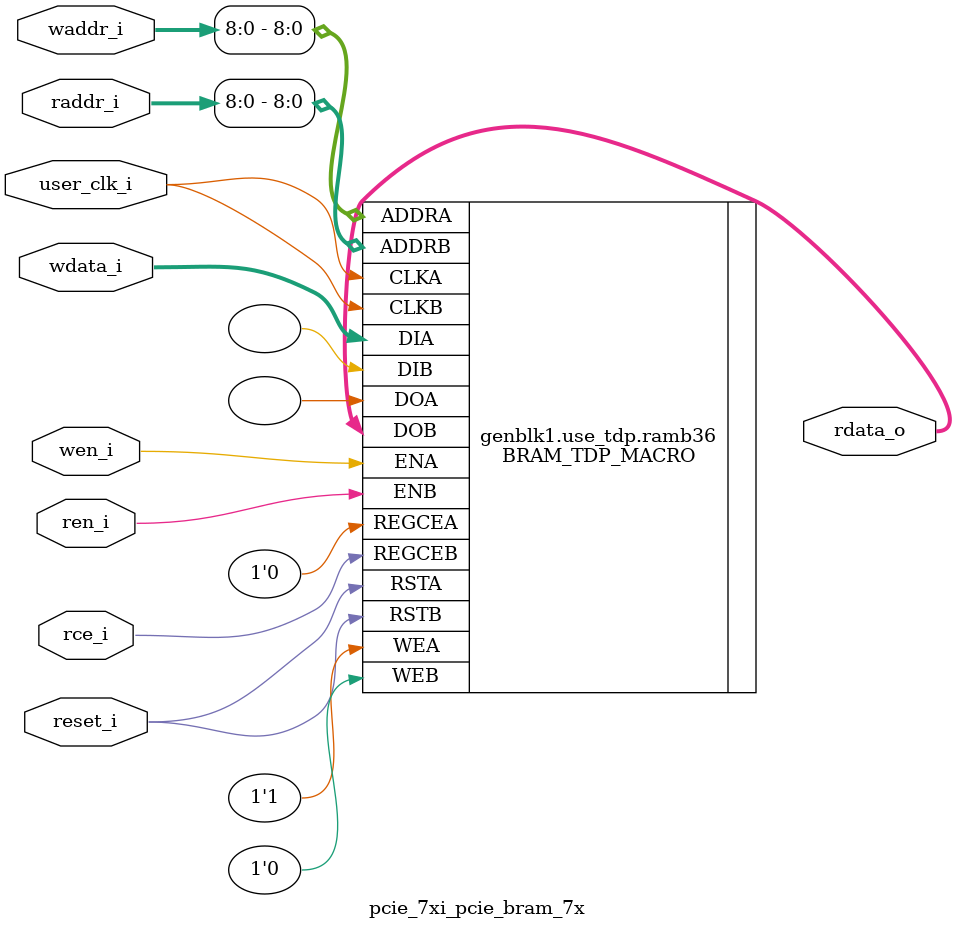
<source format=v>

`timescale 1ps/1ps

(* DowngradeIPIdentifiedWarnings = "yes" *)
module pcie_7xi_pcie_bram_7x
  #(
    parameter [3:0]  LINK_CAP_MAX_LINK_SPEED = 4'h1,        // PCIe Link Speed : 1 - 2.5 GT/s; 2 - 5.0 GT/s
    parameter [5:0]  LINK_CAP_MAX_LINK_WIDTH = 6'h08,       // PCIe Link Width : 1 / 2 / 4 / 8
    parameter IMPL_TARGET = "HARD",                         // the implementation target : HARD, SOFT
    parameter DOB_REG = 0,                                  // 1 - use the output register;
                                                            // 0 - don't use the output register
    parameter WIDTH = 0                                     // supported WIDTH's : 4, 9, 18, 36 - uses RAMB36
                                                            //                     72 - uses RAMB36SDP
    )
    (
     input               user_clk_i,// user clock
     input               reset_i,   // bram reset

     input               wen_i,     // write enable
     input [12:0]        waddr_i,   // write address
     input [WIDTH - 1:0] wdata_i,   // write data

     input               ren_i,     // read enable
     input               rce_i,     // output register clock enable
     input [12:0]        raddr_i,   // read address

     output [WIDTH - 1:0] rdata_o   // read data
     );

   // map the address bits
   localparam ADDR_MSB = ((WIDTH == 4)  ? 12 :
                          (WIDTH == 9)  ? 11 :
                          (WIDTH == 18) ? 10 :
                          (WIDTH == 36) ?  9 :
                                           8
                          );

   // set the width of the tied off low address bits
   localparam ADDR_LO_BITS = ((WIDTH == 4)  ? 2 :
                              (WIDTH == 9)  ? 3 :
                              (WIDTH == 18) ? 4 :
                              (WIDTH == 36) ? 5 :
                                              0 // for WIDTH 72 use RAMB36SDP
                              );

   // map the data bits
   localparam D_MSB =  ((WIDTH == 4)  ?  3 :
                        (WIDTH == 9)  ?  7 :
                        (WIDTH == 18) ? 15 :
                        (WIDTH == 36) ? 31 :
                                        63
                        );

   // map the data parity bits
   localparam DP_LSB =  D_MSB + 1;

   localparam DP_MSB =  ((WIDTH == 4)  ? 4 :
                         (WIDTH == 9)  ? 8 :
                         (WIDTH == 18) ? 17 :
                         (WIDTH == 36) ? 35 :
                                         71
                        );

   localparam DPW = DP_MSB - DP_LSB + 1;
   localparam WRITE_MODE = ((WIDTH == 72) && (!((LINK_CAP_MAX_LINK_SPEED == 4'h2) && (LINK_CAP_MAX_LINK_WIDTH == 6'h08)))) ? "WRITE_FIRST" :
                           ((LINK_CAP_MAX_LINK_SPEED == 4'h2) && (LINK_CAP_MAX_LINK_WIDTH == 6'h08)) ? "WRITE_FIRST" : "NO_CHANGE";

   localparam DEVICE = (IMPL_TARGET == "HARD") ? "7SERIES" : "VIRTEX6";
   localparam BRAM_SIZE = "36Kb";

   localparam WE_WIDTH =(DEVICE == "VIRTEX5" || DEVICE == "VIRTEX6" || DEVICE == "7SERIES") ?
                            ((WIDTH <= 9) ? 1 :
                             (WIDTH > 9 && WIDTH <= 18) ? 2 :
                             (WIDTH > 18 && WIDTH <= 36) ? 4 :
                             (WIDTH > 36 && WIDTH <= 72) ? 8 :
                             (BRAM_SIZE == "18Kb") ? 4 : 8 ) : 8;

   //synthesis translate_off
   initial begin
      //$display("[%t] %m DOB_REG %0d WIDTH %0d ADDR_MSB %0d ADDR_LO_BITS %0d DP_MSB %0d DP_LSB %0d D_MSB %0d",
      //          $time, DOB_REG,   WIDTH,    ADDR_MSB,    ADDR_LO_BITS,    DP_MSB,    DP_LSB,    D_MSB);

      case (WIDTH)
        4,9,18,36,72:;
        default:
          begin
             $display("[%t] %m Error WIDTH %0d not supported", $time, WIDTH);
             $finish;
          end
      endcase // case (WIDTH)
   end
   //synthesis translate_on

   generate
   if ((LINK_CAP_MAX_LINK_WIDTH == 6'h08 && LINK_CAP_MAX_LINK_SPEED == 4'h2) || (WIDTH == 72)) begin : use_sdp
        BRAM_SDP_MACRO #(
               .DEVICE        (DEVICE),
               .BRAM_SIZE     (BRAM_SIZE),
               .DO_REG        (DOB_REG),
               .READ_WIDTH    (WIDTH),
               .WRITE_WIDTH   (WIDTH),
               .WRITE_MODE    (WRITE_MODE)
               )
        ramb36sdp(
               .DO             (rdata_o[WIDTH-1:0]),
               .DI             (wdata_i[WIDTH-1:0]),
               .RDADDR         (raddr_i[ADDR_MSB:0]),
               .RDCLK          (user_clk_i),
               .RDEN           (ren_i),
               .REGCE          (rce_i),
               .RST            (reset_i),
               .WE             ({WE_WIDTH{1'b1}}),
               .WRADDR         (waddr_i[ADDR_MSB:0]),
               .WRCLK          (user_clk_i),
               .WREN           (wen_i)
               );

    end  // block: use_sdp
    else if (WIDTH <= 36) begin : use_tdp
    // use RAMB36's if the width is 4, 9, 18, or 36
        BRAM_TDP_MACRO #(
               .DEVICE        (DEVICE),
               .BRAM_SIZE     (BRAM_SIZE),
               .DOA_REG       (0),
               .DOB_REG       (DOB_REG),
               .READ_WIDTH_A  (WIDTH),
               .READ_WIDTH_B  (WIDTH),
               .WRITE_WIDTH_A (WIDTH),
               .WRITE_WIDTH_B (WIDTH),
               .WRITE_MODE_A  (WRITE_MODE)
               )
        ramb36(
               .DOA            (),
               .DOB            (rdata_o[WIDTH-1:0]),
               .ADDRA          (waddr_i[ADDR_MSB:0]),
               .ADDRB          (raddr_i[ADDR_MSB:0]),
               .CLKA           (user_clk_i),
               .CLKB           (user_clk_i),
               .DIA            (wdata_i[WIDTH-1:0]),
               .DIB            ({WIDTH{1'b0}}),
               .ENA            (wen_i),
               .ENB            (ren_i),
               .REGCEA         (1'b0),
               .REGCEB         (rce_i),
               .RSTA           (reset_i),
               .RSTB           (reset_i),
               .WEA            ({WE_WIDTH{1'b1}}),
               .WEB            ({WE_WIDTH{1'b0}})
               );
   end // block: use_tdp
   endgenerate

endmodule // pcie_bram_7x


</source>
